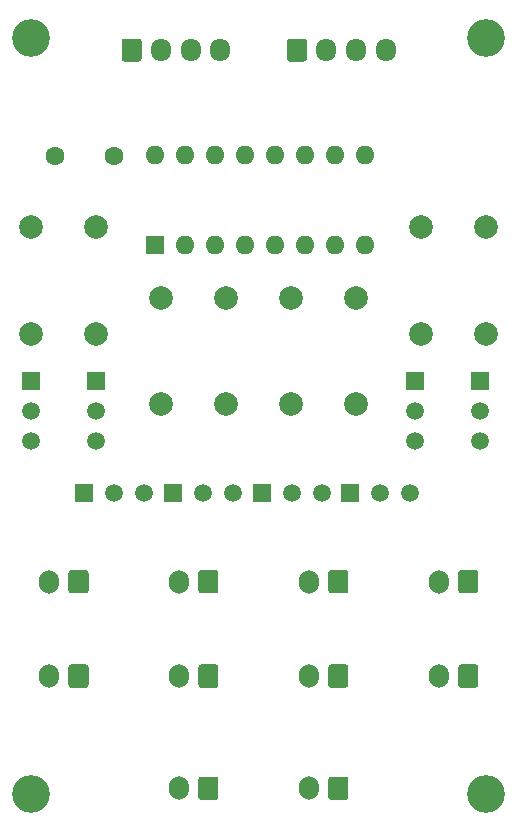
<source format=gbr>
G04 #@! TF.GenerationSoftware,KiCad,Pcbnew,(5.1.7)-1*
G04 #@! TF.CreationDate,2020-12-19T16:12:24+02:00*
G04 #@! TF.ProjectId,8_switch_array,385f7377-6974-4636-985f-61727261792e,rev?*
G04 #@! TF.SameCoordinates,Original*
G04 #@! TF.FileFunction,Soldermask,Top*
G04 #@! TF.FilePolarity,Negative*
%FSLAX46Y46*%
G04 Gerber Fmt 4.6, Leading zero omitted, Abs format (unit mm)*
G04 Created by KiCad (PCBNEW (5.1.7)-1) date 2020-12-19 16:12:24*
%MOMM*%
%LPD*%
G01*
G04 APERTURE LIST*
%ADD10O,1.700000X2.000000*%
%ADD11R,1.600000X1.600000*%
%ADD12O,1.600000X1.600000*%
%ADD13C,1.600000*%
%ADD14R,1.500000X1.500000*%
%ADD15C,1.500000*%
%ADD16C,2.000000*%
%ADD17C,3.200000*%
%ADD18O,1.700000X1.950000*%
G04 APERTURE END LIST*
D10*
X151000000Y-100500000D03*
G36*
G01*
X154350000Y-99750000D02*
X154350000Y-101250000D01*
G75*
G02*
X154100000Y-101500000I-250000J0D01*
G01*
X152900000Y-101500000D01*
G75*
G02*
X152650000Y-101250000I0J250000D01*
G01*
X152650000Y-99750000D01*
G75*
G02*
X152900000Y-99500000I250000J0D01*
G01*
X154100000Y-99500000D01*
G75*
G02*
X154350000Y-99750000I0J-250000D01*
G01*
G37*
D11*
X138000000Y-54500000D03*
D12*
X155780000Y-46880000D03*
X140540000Y-54500000D03*
X153240000Y-46880000D03*
X143080000Y-54500000D03*
X150700000Y-46880000D03*
X145620000Y-54500000D03*
X148160000Y-46880000D03*
X148160000Y-54500000D03*
X145620000Y-46880000D03*
X150700000Y-54500000D03*
X143080000Y-46880000D03*
X153240000Y-54500000D03*
X140540000Y-46880000D03*
X155780000Y-54500000D03*
X138000000Y-46880000D03*
D13*
X129500000Y-47000000D03*
X134500000Y-47000000D03*
D14*
X160000000Y-66000000D03*
D15*
X160000000Y-71080000D03*
X160000000Y-68540000D03*
D16*
X166000000Y-62000000D03*
X166000000Y-53000000D03*
X160500000Y-62000000D03*
X160500000Y-53000000D03*
X144000000Y-68000000D03*
X144000000Y-59000000D03*
X138500000Y-68000000D03*
X138500000Y-59000000D03*
D14*
X165500000Y-66000000D03*
D15*
X165500000Y-71080000D03*
X165500000Y-68540000D03*
D14*
X139500000Y-75500000D03*
D15*
X144580000Y-75500000D03*
X142040000Y-75500000D03*
D14*
X132000000Y-75500000D03*
D15*
X137080000Y-75500000D03*
X134540000Y-75500000D03*
D10*
X162000000Y-91000000D03*
G36*
G01*
X165350000Y-90250000D02*
X165350000Y-91750000D01*
G75*
G02*
X165100000Y-92000000I-250000J0D01*
G01*
X163900000Y-92000000D01*
G75*
G02*
X163650000Y-91750000I0J250000D01*
G01*
X163650000Y-90250000D01*
G75*
G02*
X163900000Y-90000000I250000J0D01*
G01*
X165100000Y-90000000D01*
G75*
G02*
X165350000Y-90250000I0J-250000D01*
G01*
G37*
X151000000Y-91000000D03*
G36*
G01*
X154350000Y-90250000D02*
X154350000Y-91750000D01*
G75*
G02*
X154100000Y-92000000I-250000J0D01*
G01*
X152900000Y-92000000D01*
G75*
G02*
X152650000Y-91750000I0J250000D01*
G01*
X152650000Y-90250000D01*
G75*
G02*
X152900000Y-90000000I250000J0D01*
G01*
X154100000Y-90000000D01*
G75*
G02*
X154350000Y-90250000I0J-250000D01*
G01*
G37*
X162000000Y-83000000D03*
G36*
G01*
X165350000Y-82250000D02*
X165350000Y-83750000D01*
G75*
G02*
X165100000Y-84000000I-250000J0D01*
G01*
X163900000Y-84000000D01*
G75*
G02*
X163650000Y-83750000I0J250000D01*
G01*
X163650000Y-82250000D01*
G75*
G02*
X163900000Y-82000000I250000J0D01*
G01*
X165100000Y-82000000D01*
G75*
G02*
X165350000Y-82250000I0J-250000D01*
G01*
G37*
X151000000Y-83000000D03*
G36*
G01*
X154350000Y-82250000D02*
X154350000Y-83750000D01*
G75*
G02*
X154100000Y-84000000I-250000J0D01*
G01*
X152900000Y-84000000D01*
G75*
G02*
X152650000Y-83750000I0J250000D01*
G01*
X152650000Y-82250000D01*
G75*
G02*
X152900000Y-82000000I250000J0D01*
G01*
X154100000Y-82000000D01*
G75*
G02*
X154350000Y-82250000I0J-250000D01*
G01*
G37*
D17*
X166000000Y-37000000D03*
X166000000Y-101000000D03*
X127500000Y-101000000D03*
X127500000Y-37000000D03*
D16*
X133000000Y-62000000D03*
X133000000Y-53000000D03*
X149500000Y-68000000D03*
X149500000Y-59000000D03*
X127500000Y-62000000D03*
X127500000Y-53000000D03*
X155000000Y-68000000D03*
X155000000Y-59000000D03*
D14*
X133000000Y-66000000D03*
D15*
X133000000Y-71080000D03*
X133000000Y-68540000D03*
D14*
X147000000Y-75500000D03*
D15*
X152080000Y-75500000D03*
X149540000Y-75500000D03*
D14*
X127500000Y-66000000D03*
D15*
X127500000Y-71080000D03*
X127500000Y-68540000D03*
D14*
X154500000Y-75500000D03*
D15*
X159580000Y-75500000D03*
X157040000Y-75500000D03*
D10*
X140000000Y-100500000D03*
G36*
G01*
X143350000Y-99750000D02*
X143350000Y-101250000D01*
G75*
G02*
X143100000Y-101500000I-250000J0D01*
G01*
X141900000Y-101500000D01*
G75*
G02*
X141650000Y-101250000I0J250000D01*
G01*
X141650000Y-99750000D01*
G75*
G02*
X141900000Y-99500000I250000J0D01*
G01*
X143100000Y-99500000D01*
G75*
G02*
X143350000Y-99750000I0J-250000D01*
G01*
G37*
X140000000Y-83000000D03*
G36*
G01*
X143350000Y-82250000D02*
X143350000Y-83750000D01*
G75*
G02*
X143100000Y-84000000I-250000J0D01*
G01*
X141900000Y-84000000D01*
G75*
G02*
X141650000Y-83750000I0J250000D01*
G01*
X141650000Y-82250000D01*
G75*
G02*
X141900000Y-82000000I250000J0D01*
G01*
X143100000Y-82000000D01*
G75*
G02*
X143350000Y-82250000I0J-250000D01*
G01*
G37*
X129000000Y-91000000D03*
G36*
G01*
X132350000Y-90250000D02*
X132350000Y-91750000D01*
G75*
G02*
X132100000Y-92000000I-250000J0D01*
G01*
X130900000Y-92000000D01*
G75*
G02*
X130650000Y-91750000I0J250000D01*
G01*
X130650000Y-90250000D01*
G75*
G02*
X130900000Y-90000000I250000J0D01*
G01*
X132100000Y-90000000D01*
G75*
G02*
X132350000Y-90250000I0J-250000D01*
G01*
G37*
X129000000Y-83000000D03*
G36*
G01*
X132350000Y-82250000D02*
X132350000Y-83750000D01*
G75*
G02*
X132100000Y-84000000I-250000J0D01*
G01*
X130900000Y-84000000D01*
G75*
G02*
X130650000Y-83750000I0J250000D01*
G01*
X130650000Y-82250000D01*
G75*
G02*
X130900000Y-82000000I250000J0D01*
G01*
X132100000Y-82000000D01*
G75*
G02*
X132350000Y-82250000I0J-250000D01*
G01*
G37*
X140000000Y-91000000D03*
G36*
G01*
X143350000Y-90250000D02*
X143350000Y-91750000D01*
G75*
G02*
X143100000Y-92000000I-250000J0D01*
G01*
X141900000Y-92000000D01*
G75*
G02*
X141650000Y-91750000I0J250000D01*
G01*
X141650000Y-90250000D01*
G75*
G02*
X141900000Y-90000000I250000J0D01*
G01*
X143100000Y-90000000D01*
G75*
G02*
X143350000Y-90250000I0J-250000D01*
G01*
G37*
D18*
X157500000Y-38000000D03*
X155000000Y-38000000D03*
X152500000Y-38000000D03*
G36*
G01*
X149150000Y-38725000D02*
X149150000Y-37275000D01*
G75*
G02*
X149400000Y-37025000I250000J0D01*
G01*
X150600000Y-37025000D01*
G75*
G02*
X150850000Y-37275000I0J-250000D01*
G01*
X150850000Y-38725000D01*
G75*
G02*
X150600000Y-38975000I-250000J0D01*
G01*
X149400000Y-38975000D01*
G75*
G02*
X149150000Y-38725000I0J250000D01*
G01*
G37*
X143500000Y-38000000D03*
X141000000Y-38000000D03*
X138500000Y-38000000D03*
G36*
G01*
X135150000Y-38725000D02*
X135150000Y-37275000D01*
G75*
G02*
X135400000Y-37025000I250000J0D01*
G01*
X136600000Y-37025000D01*
G75*
G02*
X136850000Y-37275000I0J-250000D01*
G01*
X136850000Y-38725000D01*
G75*
G02*
X136600000Y-38975000I-250000J0D01*
G01*
X135400000Y-38975000D01*
G75*
G02*
X135150000Y-38725000I0J250000D01*
G01*
G37*
M02*

</source>
